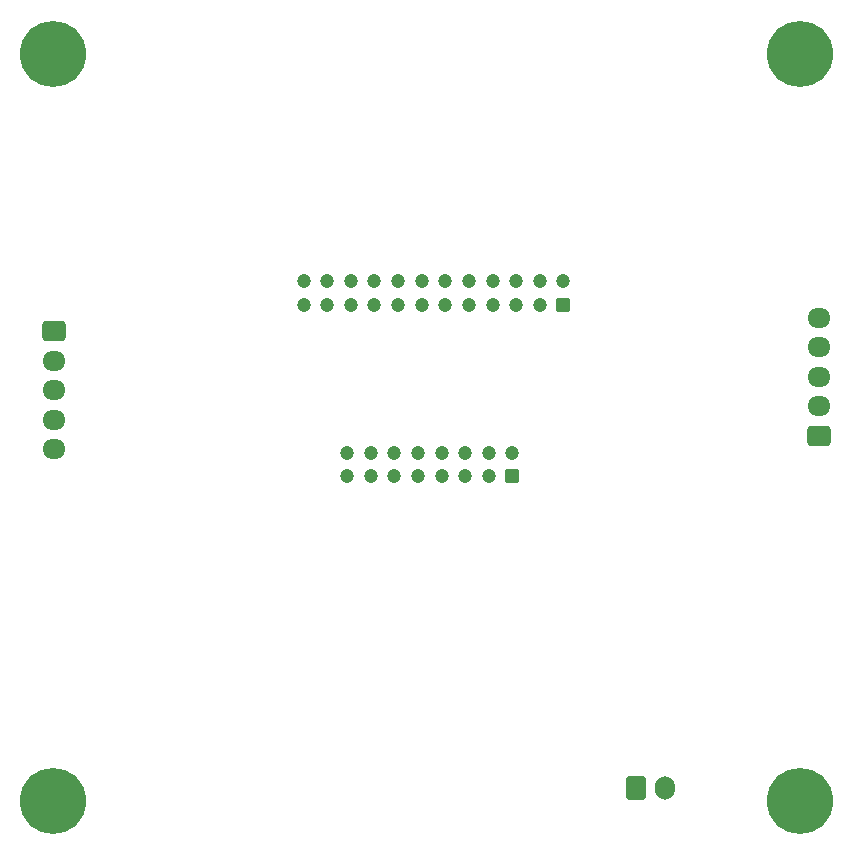
<source format=gbr>
%TF.GenerationSoftware,KiCad,Pcbnew,(7.0.0)*%
%TF.CreationDate,2024-03-05T12:29:29-03:00*%
%TF.ProjectId,pcb_peau_v1,7063625f-7065-4617-955f-76312e6b6963,rev?*%
%TF.SameCoordinates,Original*%
%TF.FileFunction,Soldermask,Bot*%
%TF.FilePolarity,Negative*%
%FSLAX46Y46*%
G04 Gerber Fmt 4.6, Leading zero omitted, Abs format (unit mm)*
G04 Created by KiCad (PCBNEW (7.0.0)) date 2024-03-05 12:29:29*
%MOMM*%
%LPD*%
G01*
G04 APERTURE LIST*
G04 Aperture macros list*
%AMRoundRect*
0 Rectangle with rounded corners*
0 $1 Rounding radius*
0 $2 $3 $4 $5 $6 $7 $8 $9 X,Y pos of 4 corners*
0 Add a 4 corners polygon primitive as box body*
4,1,4,$2,$3,$4,$5,$6,$7,$8,$9,$2,$3,0*
0 Add four circle primitives for the rounded corners*
1,1,$1+$1,$2,$3*
1,1,$1+$1,$4,$5*
1,1,$1+$1,$6,$7*
1,1,$1+$1,$8,$9*
0 Add four rect primitives between the rounded corners*
20,1,$1+$1,$2,$3,$4,$5,0*
20,1,$1+$1,$4,$5,$6,$7,0*
20,1,$1+$1,$6,$7,$8,$9,0*
20,1,$1+$1,$8,$9,$2,$3,0*%
G04 Aperture macros list end*
%ADD10C,5.600000*%
%ADD11RoundRect,0.250000X-0.600000X-0.750000X0.600000X-0.750000X0.600000X0.750000X-0.600000X0.750000X0*%
%ADD12O,1.700000X2.000000*%
%ADD13RoundRect,0.250000X0.725000X-0.600000X0.725000X0.600000X-0.725000X0.600000X-0.725000X-0.600000X0*%
%ADD14O,1.950000X1.700000*%
%ADD15RoundRect,0.250000X0.350000X0.350000X-0.350000X0.350000X-0.350000X-0.350000X0.350000X-0.350000X0*%
%ADD16C,1.200000*%
%ADD17RoundRect,0.250000X-0.725000X0.600000X-0.725000X-0.600000X0.725000X-0.600000X0.725000X0.600000X0*%
G04 APERTURE END LIST*
D10*
%TO.C,H1*%
X175260000Y-50546000D03*
%TD*%
D11*
%TO.C,J3*%
X224556000Y-112730000D03*
D12*
X227055999Y-112729999D03*
%TD*%
D10*
%TO.C,H3*%
X238506000Y-113792000D03*
%TD*%
%TO.C,H4*%
X175260000Y-113792000D03*
%TD*%
%TO.C,H2*%
X238506000Y-50546000D03*
%TD*%
D13*
%TO.C,J2*%
X240062000Y-82906000D03*
D14*
X240061999Y-80405999D03*
X240061999Y-77905999D03*
X240061999Y-75405999D03*
X240061999Y-72905999D03*
%TD*%
D15*
%TO.C,J4*%
X214122000Y-86328000D03*
D16*
X214122000Y-84328000D03*
X212122000Y-86328000D03*
X212122000Y-84328000D03*
X210122000Y-86328000D03*
X210122000Y-84328000D03*
X208122000Y-86328000D03*
X208122000Y-84328000D03*
X206122000Y-86328000D03*
X206122000Y-84328000D03*
X204122000Y-86328000D03*
X204122000Y-84328000D03*
X202122000Y-86328000D03*
X202122000Y-84328000D03*
X200122000Y-86328000D03*
X200122000Y-84328000D03*
%TD*%
D17*
%TO.C,J1*%
X175292000Y-74042000D03*
D14*
X175291999Y-76541999D03*
X175291999Y-79041999D03*
X175291999Y-81541999D03*
X175291999Y-84041999D03*
%TD*%
D15*
%TO.C,J5*%
X218440000Y-71818000D03*
D16*
X218440000Y-69818000D03*
X216440000Y-71818000D03*
X216440000Y-69818000D03*
X214440000Y-71818000D03*
X214440000Y-69818000D03*
X212440000Y-71818000D03*
X212440000Y-69818000D03*
X210440000Y-71818000D03*
X210440000Y-69818000D03*
X208440000Y-71818000D03*
X208440000Y-69818000D03*
X206440000Y-71818000D03*
X206440000Y-69818000D03*
X204440000Y-71818000D03*
X204440000Y-69818000D03*
X202440000Y-71818000D03*
X202440000Y-69818000D03*
X200440000Y-71818000D03*
X200440000Y-69818000D03*
X198440000Y-71818000D03*
X198440000Y-69818000D03*
X196440000Y-71818000D03*
X196440000Y-69818000D03*
%TD*%
M02*

</source>
